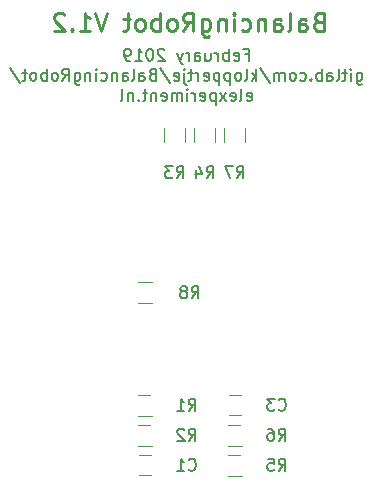
<source format=gbo>
G04 #@! TF.GenerationSoftware,KiCad,Pcbnew,(5.1.9)-1*
G04 #@! TF.CreationDate,2021-04-15T13:52:47+07:00*
G04 #@! TF.ProjectId,pendulumRobotModule,70656e64-756c-4756-9d52-6f626f744d6f,rev?*
G04 #@! TF.SameCoordinates,Original*
G04 #@! TF.FileFunction,Legend,Bot*
G04 #@! TF.FilePolarity,Positive*
%FSLAX46Y46*%
G04 Gerber Fmt 4.6, Leading zero omitted, Abs format (unit mm)*
G04 Created by KiCad (PCBNEW (5.1.9)-1) date 2021-04-15 13:52:47*
%MOMM*%
%LPD*%
G01*
G04 APERTURE LIST*
%ADD10C,0.200000*%
%ADD11C,0.250000*%
%ADD12C,0.120000*%
%ADD13C,0.150000*%
%ADD14C,2.200000*%
%ADD15C,3.600000*%
%ADD16C,2.000000*%
%ADD17O,2.100000X2.100000*%
%ADD18C,4.100000*%
G04 APERTURE END LIST*
D10*
X112624571Y-37598571D02*
X112957904Y-37598571D01*
X112957904Y-38122380D02*
X112957904Y-37122380D01*
X112481714Y-37122380D01*
X111719809Y-38074761D02*
X111815047Y-38122380D01*
X112005523Y-38122380D01*
X112100761Y-38074761D01*
X112148380Y-37979523D01*
X112148380Y-37598571D01*
X112100761Y-37503333D01*
X112005523Y-37455714D01*
X111815047Y-37455714D01*
X111719809Y-37503333D01*
X111672190Y-37598571D01*
X111672190Y-37693809D01*
X112148380Y-37789047D01*
X111243619Y-38122380D02*
X111243619Y-37122380D01*
X111243619Y-37503333D02*
X111148380Y-37455714D01*
X110957904Y-37455714D01*
X110862666Y-37503333D01*
X110815047Y-37550952D01*
X110767428Y-37646190D01*
X110767428Y-37931904D01*
X110815047Y-38027142D01*
X110862666Y-38074761D01*
X110957904Y-38122380D01*
X111148380Y-38122380D01*
X111243619Y-38074761D01*
X110338857Y-38122380D02*
X110338857Y-37455714D01*
X110338857Y-37646190D02*
X110291238Y-37550952D01*
X110243619Y-37503333D01*
X110148380Y-37455714D01*
X110053142Y-37455714D01*
X109291238Y-37455714D02*
X109291238Y-38122380D01*
X109719809Y-37455714D02*
X109719809Y-37979523D01*
X109672190Y-38074761D01*
X109576952Y-38122380D01*
X109434095Y-38122380D01*
X109338857Y-38074761D01*
X109291238Y-38027142D01*
X108386476Y-38122380D02*
X108386476Y-37598571D01*
X108434095Y-37503333D01*
X108529333Y-37455714D01*
X108719809Y-37455714D01*
X108815047Y-37503333D01*
X108386476Y-38074761D02*
X108481714Y-38122380D01*
X108719809Y-38122380D01*
X108815047Y-38074761D01*
X108862666Y-37979523D01*
X108862666Y-37884285D01*
X108815047Y-37789047D01*
X108719809Y-37741428D01*
X108481714Y-37741428D01*
X108386476Y-37693809D01*
X107910285Y-38122380D02*
X107910285Y-37455714D01*
X107910285Y-37646190D02*
X107862666Y-37550952D01*
X107815047Y-37503333D01*
X107719809Y-37455714D01*
X107624571Y-37455714D01*
X107386476Y-37455714D02*
X107148380Y-38122380D01*
X106910285Y-37455714D02*
X107148380Y-38122380D01*
X107243619Y-38360476D01*
X107291238Y-38408095D01*
X107386476Y-38455714D01*
X105815047Y-37217619D02*
X105767428Y-37170000D01*
X105672190Y-37122380D01*
X105434095Y-37122380D01*
X105338857Y-37170000D01*
X105291238Y-37217619D01*
X105243619Y-37312857D01*
X105243619Y-37408095D01*
X105291238Y-37550952D01*
X105862666Y-38122380D01*
X105243619Y-38122380D01*
X104624571Y-37122380D02*
X104529333Y-37122380D01*
X104434095Y-37170000D01*
X104386476Y-37217619D01*
X104338857Y-37312857D01*
X104291238Y-37503333D01*
X104291238Y-37741428D01*
X104338857Y-37931904D01*
X104386476Y-38027142D01*
X104434095Y-38074761D01*
X104529333Y-38122380D01*
X104624571Y-38122380D01*
X104719809Y-38074761D01*
X104767428Y-38027142D01*
X104815047Y-37931904D01*
X104862666Y-37741428D01*
X104862666Y-37503333D01*
X104815047Y-37312857D01*
X104767428Y-37217619D01*
X104719809Y-37170000D01*
X104624571Y-37122380D01*
X103338857Y-38122380D02*
X103910285Y-38122380D01*
X103624571Y-38122380D02*
X103624571Y-37122380D01*
X103719809Y-37265238D01*
X103815047Y-37360476D01*
X103910285Y-37408095D01*
X102862666Y-38122380D02*
X102672190Y-38122380D01*
X102576952Y-38074761D01*
X102529333Y-38027142D01*
X102434095Y-37884285D01*
X102386476Y-37693809D01*
X102386476Y-37312857D01*
X102434095Y-37217619D01*
X102481714Y-37170000D01*
X102576952Y-37122380D01*
X102767428Y-37122380D01*
X102862666Y-37170000D01*
X102910285Y-37217619D01*
X102957904Y-37312857D01*
X102957904Y-37550952D01*
X102910285Y-37646190D01*
X102862666Y-37693809D01*
X102767428Y-37741428D01*
X102576952Y-37741428D01*
X102481714Y-37693809D01*
X102434095Y-37646190D01*
X102386476Y-37550952D01*
X122076952Y-39155714D02*
X122076952Y-39965238D01*
X122124571Y-40060476D01*
X122172190Y-40108095D01*
X122267428Y-40155714D01*
X122410285Y-40155714D01*
X122505523Y-40108095D01*
X122076952Y-39774761D02*
X122172190Y-39822380D01*
X122362666Y-39822380D01*
X122457904Y-39774761D01*
X122505523Y-39727142D01*
X122553142Y-39631904D01*
X122553142Y-39346190D01*
X122505523Y-39250952D01*
X122457904Y-39203333D01*
X122362666Y-39155714D01*
X122172190Y-39155714D01*
X122076952Y-39203333D01*
X121600761Y-39822380D02*
X121600761Y-39155714D01*
X121600761Y-38822380D02*
X121648380Y-38870000D01*
X121600761Y-38917619D01*
X121553142Y-38870000D01*
X121600761Y-38822380D01*
X121600761Y-38917619D01*
X121267428Y-39155714D02*
X120886476Y-39155714D01*
X121124571Y-38822380D02*
X121124571Y-39679523D01*
X121076952Y-39774761D01*
X120981714Y-39822380D01*
X120886476Y-39822380D01*
X120410285Y-39822380D02*
X120505523Y-39774761D01*
X120553142Y-39679523D01*
X120553142Y-38822380D01*
X119600761Y-39822380D02*
X119600761Y-39298571D01*
X119648380Y-39203333D01*
X119743619Y-39155714D01*
X119934095Y-39155714D01*
X120029333Y-39203333D01*
X119600761Y-39774761D02*
X119696000Y-39822380D01*
X119934095Y-39822380D01*
X120029333Y-39774761D01*
X120076952Y-39679523D01*
X120076952Y-39584285D01*
X120029333Y-39489047D01*
X119934095Y-39441428D01*
X119696000Y-39441428D01*
X119600761Y-39393809D01*
X119124571Y-39822380D02*
X119124571Y-38822380D01*
X119124571Y-39203333D02*
X119029333Y-39155714D01*
X118838857Y-39155714D01*
X118743619Y-39203333D01*
X118696000Y-39250952D01*
X118648380Y-39346190D01*
X118648380Y-39631904D01*
X118696000Y-39727142D01*
X118743619Y-39774761D01*
X118838857Y-39822380D01*
X119029333Y-39822380D01*
X119124571Y-39774761D01*
X118219809Y-39727142D02*
X118172190Y-39774761D01*
X118219809Y-39822380D01*
X118267428Y-39774761D01*
X118219809Y-39727142D01*
X118219809Y-39822380D01*
X117315047Y-39774761D02*
X117410285Y-39822380D01*
X117600761Y-39822380D01*
X117696000Y-39774761D01*
X117743619Y-39727142D01*
X117791238Y-39631904D01*
X117791238Y-39346190D01*
X117743619Y-39250952D01*
X117696000Y-39203333D01*
X117600761Y-39155714D01*
X117410285Y-39155714D01*
X117315047Y-39203333D01*
X116743619Y-39822380D02*
X116838857Y-39774761D01*
X116886476Y-39727142D01*
X116934095Y-39631904D01*
X116934095Y-39346190D01*
X116886476Y-39250952D01*
X116838857Y-39203333D01*
X116743619Y-39155714D01*
X116600761Y-39155714D01*
X116505523Y-39203333D01*
X116457904Y-39250952D01*
X116410285Y-39346190D01*
X116410285Y-39631904D01*
X116457904Y-39727142D01*
X116505523Y-39774761D01*
X116600761Y-39822380D01*
X116743619Y-39822380D01*
X115981714Y-39822380D02*
X115981714Y-39155714D01*
X115981714Y-39250952D02*
X115934095Y-39203333D01*
X115838857Y-39155714D01*
X115696000Y-39155714D01*
X115600761Y-39203333D01*
X115553142Y-39298571D01*
X115553142Y-39822380D01*
X115553142Y-39298571D02*
X115505523Y-39203333D01*
X115410285Y-39155714D01*
X115267428Y-39155714D01*
X115172190Y-39203333D01*
X115124571Y-39298571D01*
X115124571Y-39822380D01*
X113934095Y-38774761D02*
X114791238Y-40060476D01*
X113600761Y-39822380D02*
X113600761Y-38822380D01*
X113505523Y-39441428D02*
X113219809Y-39822380D01*
X113219809Y-39155714D02*
X113600761Y-39536666D01*
X112648380Y-39822380D02*
X112743619Y-39774761D01*
X112791238Y-39679523D01*
X112791238Y-38822380D01*
X112124571Y-39822380D02*
X112219809Y-39774761D01*
X112267428Y-39727142D01*
X112315047Y-39631904D01*
X112315047Y-39346190D01*
X112267428Y-39250952D01*
X112219809Y-39203333D01*
X112124571Y-39155714D01*
X111981714Y-39155714D01*
X111886476Y-39203333D01*
X111838857Y-39250952D01*
X111791238Y-39346190D01*
X111791238Y-39631904D01*
X111838857Y-39727142D01*
X111886476Y-39774761D01*
X111981714Y-39822380D01*
X112124571Y-39822380D01*
X111362666Y-39155714D02*
X111362666Y-40155714D01*
X111362666Y-39203333D02*
X111267428Y-39155714D01*
X111076952Y-39155714D01*
X110981714Y-39203333D01*
X110934095Y-39250952D01*
X110886476Y-39346190D01*
X110886476Y-39631904D01*
X110934095Y-39727142D01*
X110981714Y-39774761D01*
X111076952Y-39822380D01*
X111267428Y-39822380D01*
X111362666Y-39774761D01*
X110457904Y-39155714D02*
X110457904Y-40155714D01*
X110457904Y-39203333D02*
X110362666Y-39155714D01*
X110172190Y-39155714D01*
X110076952Y-39203333D01*
X110029333Y-39250952D01*
X109981714Y-39346190D01*
X109981714Y-39631904D01*
X110029333Y-39727142D01*
X110076952Y-39774761D01*
X110172190Y-39822380D01*
X110362666Y-39822380D01*
X110457904Y-39774761D01*
X109172190Y-39774761D02*
X109267428Y-39822380D01*
X109457904Y-39822380D01*
X109553142Y-39774761D01*
X109600761Y-39679523D01*
X109600761Y-39298571D01*
X109553142Y-39203333D01*
X109457904Y-39155714D01*
X109267428Y-39155714D01*
X109172190Y-39203333D01*
X109124571Y-39298571D01*
X109124571Y-39393809D01*
X109600761Y-39489047D01*
X108696000Y-39822380D02*
X108696000Y-39155714D01*
X108696000Y-39346190D02*
X108648380Y-39250952D01*
X108600761Y-39203333D01*
X108505523Y-39155714D01*
X108410285Y-39155714D01*
X108219809Y-39155714D02*
X107838857Y-39155714D01*
X108076952Y-38822380D02*
X108076952Y-39679523D01*
X108029333Y-39774761D01*
X107934095Y-39822380D01*
X107838857Y-39822380D01*
X107505523Y-39155714D02*
X107505523Y-40012857D01*
X107553142Y-40108095D01*
X107648380Y-40155714D01*
X107696000Y-40155714D01*
X107505523Y-38822380D02*
X107553142Y-38870000D01*
X107505523Y-38917619D01*
X107457904Y-38870000D01*
X107505523Y-38822380D01*
X107505523Y-38917619D01*
X106648380Y-39774761D02*
X106743619Y-39822380D01*
X106934095Y-39822380D01*
X107029333Y-39774761D01*
X107076952Y-39679523D01*
X107076952Y-39298571D01*
X107029333Y-39203333D01*
X106934095Y-39155714D01*
X106743619Y-39155714D01*
X106648380Y-39203333D01*
X106600761Y-39298571D01*
X106600761Y-39393809D01*
X107076952Y-39489047D01*
X105457904Y-38774761D02*
X106315047Y-40060476D01*
X104791238Y-39298571D02*
X104648380Y-39346190D01*
X104600761Y-39393809D01*
X104553142Y-39489047D01*
X104553142Y-39631904D01*
X104600761Y-39727142D01*
X104648380Y-39774761D01*
X104743619Y-39822380D01*
X105124571Y-39822380D01*
X105124571Y-38822380D01*
X104791238Y-38822380D01*
X104696000Y-38870000D01*
X104648380Y-38917619D01*
X104600761Y-39012857D01*
X104600761Y-39108095D01*
X104648380Y-39203333D01*
X104696000Y-39250952D01*
X104791238Y-39298571D01*
X105124571Y-39298571D01*
X103696000Y-39822380D02*
X103696000Y-39298571D01*
X103743619Y-39203333D01*
X103838857Y-39155714D01*
X104029333Y-39155714D01*
X104124571Y-39203333D01*
X103696000Y-39774761D02*
X103791238Y-39822380D01*
X104029333Y-39822380D01*
X104124571Y-39774761D01*
X104172190Y-39679523D01*
X104172190Y-39584285D01*
X104124571Y-39489047D01*
X104029333Y-39441428D01*
X103791238Y-39441428D01*
X103696000Y-39393809D01*
X103076952Y-39822380D02*
X103172190Y-39774761D01*
X103219809Y-39679523D01*
X103219809Y-38822380D01*
X102267428Y-39822380D02*
X102267428Y-39298571D01*
X102315047Y-39203333D01*
X102410285Y-39155714D01*
X102600761Y-39155714D01*
X102696000Y-39203333D01*
X102267428Y-39774761D02*
X102362666Y-39822380D01*
X102600761Y-39822380D01*
X102696000Y-39774761D01*
X102743619Y-39679523D01*
X102743619Y-39584285D01*
X102696000Y-39489047D01*
X102600761Y-39441428D01*
X102362666Y-39441428D01*
X102267428Y-39393809D01*
X101791238Y-39155714D02*
X101791238Y-39822380D01*
X101791238Y-39250952D02*
X101743619Y-39203333D01*
X101648380Y-39155714D01*
X101505523Y-39155714D01*
X101410285Y-39203333D01*
X101362666Y-39298571D01*
X101362666Y-39822380D01*
X100457904Y-39774761D02*
X100553142Y-39822380D01*
X100743619Y-39822380D01*
X100838857Y-39774761D01*
X100886476Y-39727142D01*
X100934095Y-39631904D01*
X100934095Y-39346190D01*
X100886476Y-39250952D01*
X100838857Y-39203333D01*
X100743619Y-39155714D01*
X100553142Y-39155714D01*
X100457904Y-39203333D01*
X100029333Y-39822380D02*
X100029333Y-39155714D01*
X100029333Y-38822380D02*
X100076952Y-38870000D01*
X100029333Y-38917619D01*
X99981714Y-38870000D01*
X100029333Y-38822380D01*
X100029333Y-38917619D01*
X99553142Y-39155714D02*
X99553142Y-39822380D01*
X99553142Y-39250952D02*
X99505523Y-39203333D01*
X99410285Y-39155714D01*
X99267428Y-39155714D01*
X99172190Y-39203333D01*
X99124571Y-39298571D01*
X99124571Y-39822380D01*
X98219809Y-39155714D02*
X98219809Y-39965238D01*
X98267428Y-40060476D01*
X98315047Y-40108095D01*
X98410285Y-40155714D01*
X98553142Y-40155714D01*
X98648380Y-40108095D01*
X98219809Y-39774761D02*
X98315047Y-39822380D01*
X98505523Y-39822380D01*
X98600761Y-39774761D01*
X98648380Y-39727142D01*
X98696000Y-39631904D01*
X98696000Y-39346190D01*
X98648380Y-39250952D01*
X98600761Y-39203333D01*
X98505523Y-39155714D01*
X98315047Y-39155714D01*
X98219809Y-39203333D01*
X97172190Y-39822380D02*
X97505523Y-39346190D01*
X97743619Y-39822380D02*
X97743619Y-38822380D01*
X97362666Y-38822380D01*
X97267428Y-38870000D01*
X97219809Y-38917619D01*
X97172190Y-39012857D01*
X97172190Y-39155714D01*
X97219809Y-39250952D01*
X97267428Y-39298571D01*
X97362666Y-39346190D01*
X97743619Y-39346190D01*
X96600761Y-39822380D02*
X96696000Y-39774761D01*
X96743619Y-39727142D01*
X96791238Y-39631904D01*
X96791238Y-39346190D01*
X96743619Y-39250952D01*
X96696000Y-39203333D01*
X96600761Y-39155714D01*
X96457904Y-39155714D01*
X96362666Y-39203333D01*
X96315047Y-39250952D01*
X96267428Y-39346190D01*
X96267428Y-39631904D01*
X96315047Y-39727142D01*
X96362666Y-39774761D01*
X96457904Y-39822380D01*
X96600761Y-39822380D01*
X95838857Y-39822380D02*
X95838857Y-38822380D01*
X95838857Y-39203333D02*
X95743619Y-39155714D01*
X95553142Y-39155714D01*
X95457904Y-39203333D01*
X95410285Y-39250952D01*
X95362666Y-39346190D01*
X95362666Y-39631904D01*
X95410285Y-39727142D01*
X95457904Y-39774761D01*
X95553142Y-39822380D01*
X95743619Y-39822380D01*
X95838857Y-39774761D01*
X94791238Y-39822380D02*
X94886476Y-39774761D01*
X94934095Y-39727142D01*
X94981714Y-39631904D01*
X94981714Y-39346190D01*
X94934095Y-39250952D01*
X94886476Y-39203333D01*
X94791238Y-39155714D01*
X94648380Y-39155714D01*
X94553142Y-39203333D01*
X94505523Y-39250952D01*
X94457904Y-39346190D01*
X94457904Y-39631904D01*
X94505523Y-39727142D01*
X94553142Y-39774761D01*
X94648380Y-39822380D01*
X94791238Y-39822380D01*
X94172190Y-39155714D02*
X93791238Y-39155714D01*
X94029333Y-38822380D02*
X94029333Y-39679523D01*
X93981714Y-39774761D01*
X93886476Y-39822380D01*
X93791238Y-39822380D01*
X92743619Y-38774761D02*
X93600761Y-40060476D01*
X112815047Y-41474761D02*
X112910285Y-41522380D01*
X113100761Y-41522380D01*
X113196000Y-41474761D01*
X113243619Y-41379523D01*
X113243619Y-40998571D01*
X113196000Y-40903333D01*
X113100761Y-40855714D01*
X112910285Y-40855714D01*
X112815047Y-40903333D01*
X112767428Y-40998571D01*
X112767428Y-41093809D01*
X113243619Y-41189047D01*
X112196000Y-41522380D02*
X112291238Y-41474761D01*
X112338857Y-41379523D01*
X112338857Y-40522380D01*
X111434095Y-41474761D02*
X111529333Y-41522380D01*
X111719809Y-41522380D01*
X111815047Y-41474761D01*
X111862666Y-41379523D01*
X111862666Y-40998571D01*
X111815047Y-40903333D01*
X111719809Y-40855714D01*
X111529333Y-40855714D01*
X111434095Y-40903333D01*
X111386476Y-40998571D01*
X111386476Y-41093809D01*
X111862666Y-41189047D01*
X111053142Y-41522380D02*
X110529333Y-40855714D01*
X111053142Y-40855714D02*
X110529333Y-41522380D01*
X110148380Y-40855714D02*
X110148380Y-41855714D01*
X110148380Y-40903333D02*
X110053142Y-40855714D01*
X109862666Y-40855714D01*
X109767428Y-40903333D01*
X109719809Y-40950952D01*
X109672190Y-41046190D01*
X109672190Y-41331904D01*
X109719809Y-41427142D01*
X109767428Y-41474761D01*
X109862666Y-41522380D01*
X110053142Y-41522380D01*
X110148380Y-41474761D01*
X108862666Y-41474761D02*
X108957904Y-41522380D01*
X109148380Y-41522380D01*
X109243619Y-41474761D01*
X109291238Y-41379523D01*
X109291238Y-40998571D01*
X109243619Y-40903333D01*
X109148380Y-40855714D01*
X108957904Y-40855714D01*
X108862666Y-40903333D01*
X108815047Y-40998571D01*
X108815047Y-41093809D01*
X109291238Y-41189047D01*
X108386476Y-41522380D02*
X108386476Y-40855714D01*
X108386476Y-41046190D02*
X108338857Y-40950952D01*
X108291238Y-40903333D01*
X108196000Y-40855714D01*
X108100761Y-40855714D01*
X107767428Y-41522380D02*
X107767428Y-40855714D01*
X107767428Y-40522380D02*
X107815047Y-40570000D01*
X107767428Y-40617619D01*
X107719809Y-40570000D01*
X107767428Y-40522380D01*
X107767428Y-40617619D01*
X107291238Y-41522380D02*
X107291238Y-40855714D01*
X107291238Y-40950952D02*
X107243619Y-40903333D01*
X107148380Y-40855714D01*
X107005523Y-40855714D01*
X106910285Y-40903333D01*
X106862666Y-40998571D01*
X106862666Y-41522380D01*
X106862666Y-40998571D02*
X106815047Y-40903333D01*
X106719809Y-40855714D01*
X106576952Y-40855714D01*
X106481714Y-40903333D01*
X106434095Y-40998571D01*
X106434095Y-41522380D01*
X105576952Y-41474761D02*
X105672190Y-41522380D01*
X105862666Y-41522380D01*
X105957904Y-41474761D01*
X106005523Y-41379523D01*
X106005523Y-40998571D01*
X105957904Y-40903333D01*
X105862666Y-40855714D01*
X105672190Y-40855714D01*
X105576952Y-40903333D01*
X105529333Y-40998571D01*
X105529333Y-41093809D01*
X106005523Y-41189047D01*
X105100761Y-40855714D02*
X105100761Y-41522380D01*
X105100761Y-40950952D02*
X105053142Y-40903333D01*
X104957904Y-40855714D01*
X104815047Y-40855714D01*
X104719809Y-40903333D01*
X104672190Y-40998571D01*
X104672190Y-41522380D01*
X104338857Y-40855714D02*
X103957904Y-40855714D01*
X104196000Y-40522380D02*
X104196000Y-41379523D01*
X104148380Y-41474761D01*
X104053142Y-41522380D01*
X103957904Y-41522380D01*
X103624571Y-41427142D02*
X103576952Y-41474761D01*
X103624571Y-41522380D01*
X103672190Y-41474761D01*
X103624571Y-41427142D01*
X103624571Y-41522380D01*
X103148380Y-40855714D02*
X103148380Y-41522380D01*
X103148380Y-40950952D02*
X103100761Y-40903333D01*
X103005523Y-40855714D01*
X102862666Y-40855714D01*
X102767428Y-40903333D01*
X102719809Y-40998571D01*
X102719809Y-41522380D01*
X102100761Y-41522380D02*
X102196000Y-41474761D01*
X102243619Y-41379523D01*
X102243619Y-40522380D01*
D11*
X118842857Y-34817857D02*
X118628571Y-34889285D01*
X118557142Y-34960714D01*
X118485714Y-35103571D01*
X118485714Y-35317857D01*
X118557142Y-35460714D01*
X118628571Y-35532142D01*
X118771428Y-35603571D01*
X119342857Y-35603571D01*
X119342857Y-34103571D01*
X118842857Y-34103571D01*
X118700000Y-34175000D01*
X118628571Y-34246428D01*
X118557142Y-34389285D01*
X118557142Y-34532142D01*
X118628571Y-34675000D01*
X118700000Y-34746428D01*
X118842857Y-34817857D01*
X119342857Y-34817857D01*
X117200000Y-35603571D02*
X117200000Y-34817857D01*
X117271428Y-34675000D01*
X117414285Y-34603571D01*
X117700000Y-34603571D01*
X117842857Y-34675000D01*
X117200000Y-35532142D02*
X117342857Y-35603571D01*
X117700000Y-35603571D01*
X117842857Y-35532142D01*
X117914285Y-35389285D01*
X117914285Y-35246428D01*
X117842857Y-35103571D01*
X117700000Y-35032142D01*
X117342857Y-35032142D01*
X117200000Y-34960714D01*
X116271428Y-35603571D02*
X116414285Y-35532142D01*
X116485714Y-35389285D01*
X116485714Y-34103571D01*
X115057142Y-35603571D02*
X115057142Y-34817857D01*
X115128571Y-34675000D01*
X115271428Y-34603571D01*
X115557142Y-34603571D01*
X115700000Y-34675000D01*
X115057142Y-35532142D02*
X115200000Y-35603571D01*
X115557142Y-35603571D01*
X115700000Y-35532142D01*
X115771428Y-35389285D01*
X115771428Y-35246428D01*
X115700000Y-35103571D01*
X115557142Y-35032142D01*
X115200000Y-35032142D01*
X115057142Y-34960714D01*
X114342857Y-34603571D02*
X114342857Y-35603571D01*
X114342857Y-34746428D02*
X114271428Y-34675000D01*
X114128571Y-34603571D01*
X113914285Y-34603571D01*
X113771428Y-34675000D01*
X113700000Y-34817857D01*
X113700000Y-35603571D01*
X112342857Y-35532142D02*
X112485714Y-35603571D01*
X112771428Y-35603571D01*
X112914285Y-35532142D01*
X112985714Y-35460714D01*
X113057142Y-35317857D01*
X113057142Y-34889285D01*
X112985714Y-34746428D01*
X112914285Y-34675000D01*
X112771428Y-34603571D01*
X112485714Y-34603571D01*
X112342857Y-34675000D01*
X111700000Y-35603571D02*
X111700000Y-34603571D01*
X111700000Y-34103571D02*
X111771428Y-34175000D01*
X111700000Y-34246428D01*
X111628571Y-34175000D01*
X111700000Y-34103571D01*
X111700000Y-34246428D01*
X110985714Y-34603571D02*
X110985714Y-35603571D01*
X110985714Y-34746428D02*
X110914285Y-34675000D01*
X110771428Y-34603571D01*
X110557142Y-34603571D01*
X110414285Y-34675000D01*
X110342857Y-34817857D01*
X110342857Y-35603571D01*
X108985714Y-34603571D02*
X108985714Y-35817857D01*
X109057142Y-35960714D01*
X109128571Y-36032142D01*
X109271428Y-36103571D01*
X109485714Y-36103571D01*
X109628571Y-36032142D01*
X108985714Y-35532142D02*
X109128571Y-35603571D01*
X109414285Y-35603571D01*
X109557142Y-35532142D01*
X109628571Y-35460714D01*
X109700000Y-35317857D01*
X109700000Y-34889285D01*
X109628571Y-34746428D01*
X109557142Y-34675000D01*
X109414285Y-34603571D01*
X109128571Y-34603571D01*
X108985714Y-34675000D01*
X107414285Y-35603571D02*
X107914285Y-34889285D01*
X108271428Y-35603571D02*
X108271428Y-34103571D01*
X107700000Y-34103571D01*
X107557142Y-34175000D01*
X107485714Y-34246428D01*
X107414285Y-34389285D01*
X107414285Y-34603571D01*
X107485714Y-34746428D01*
X107557142Y-34817857D01*
X107700000Y-34889285D01*
X108271428Y-34889285D01*
X106557142Y-35603571D02*
X106700000Y-35532142D01*
X106771428Y-35460714D01*
X106842857Y-35317857D01*
X106842857Y-34889285D01*
X106771428Y-34746428D01*
X106700000Y-34675000D01*
X106557142Y-34603571D01*
X106342857Y-34603571D01*
X106200000Y-34675000D01*
X106128571Y-34746428D01*
X106057142Y-34889285D01*
X106057142Y-35317857D01*
X106128571Y-35460714D01*
X106200000Y-35532142D01*
X106342857Y-35603571D01*
X106557142Y-35603571D01*
X105414285Y-35603571D02*
X105414285Y-34103571D01*
X105414285Y-34675000D02*
X105271428Y-34603571D01*
X104985714Y-34603571D01*
X104842857Y-34675000D01*
X104771428Y-34746428D01*
X104700000Y-34889285D01*
X104700000Y-35317857D01*
X104771428Y-35460714D01*
X104842857Y-35532142D01*
X104985714Y-35603571D01*
X105271428Y-35603571D01*
X105414285Y-35532142D01*
X103842857Y-35603571D02*
X103985714Y-35532142D01*
X104057142Y-35460714D01*
X104128571Y-35317857D01*
X104128571Y-34889285D01*
X104057142Y-34746428D01*
X103985714Y-34675000D01*
X103842857Y-34603571D01*
X103628571Y-34603571D01*
X103485714Y-34675000D01*
X103414285Y-34746428D01*
X103342857Y-34889285D01*
X103342857Y-35317857D01*
X103414285Y-35460714D01*
X103485714Y-35532142D01*
X103628571Y-35603571D01*
X103842857Y-35603571D01*
X102914285Y-34603571D02*
X102342857Y-34603571D01*
X102700000Y-34103571D02*
X102700000Y-35389285D01*
X102628571Y-35532142D01*
X102485714Y-35603571D01*
X102342857Y-35603571D01*
X100914285Y-34103571D02*
X100414285Y-35603571D01*
X99914285Y-34103571D01*
X98628571Y-35603571D02*
X99485714Y-35603571D01*
X99057142Y-35603571D02*
X99057142Y-34103571D01*
X99200000Y-34317857D01*
X99342857Y-34460714D01*
X99485714Y-34532142D01*
X97985714Y-35460714D02*
X97914285Y-35532142D01*
X97985714Y-35603571D01*
X98057142Y-35532142D01*
X97985714Y-35460714D01*
X97985714Y-35603571D01*
X97342857Y-34246428D02*
X97271428Y-34175000D01*
X97128571Y-34103571D01*
X96771428Y-34103571D01*
X96628571Y-34175000D01*
X96557142Y-34246428D01*
X96485714Y-34389285D01*
X96485714Y-34532142D01*
X96557142Y-34746428D01*
X97414285Y-35603571D01*
X96485714Y-35603571D01*
D12*
X103640000Y-71540000D02*
X104640000Y-71540000D01*
X104640000Y-73240000D02*
X103640000Y-73240000D01*
X112260000Y-68160000D02*
X111260000Y-68160000D01*
X111260000Y-66460000D02*
X112260000Y-66460000D01*
X104740000Y-66430000D02*
X103540000Y-66430000D01*
X103540000Y-68190000D02*
X104740000Y-68190000D01*
X103540000Y-70730000D02*
X104740000Y-70730000D01*
X104740000Y-68970000D02*
X103540000Y-68970000D01*
X105800000Y-43850000D02*
X105800000Y-45050000D01*
X107560000Y-45050000D02*
X107560000Y-43850000D01*
X108340000Y-43850000D02*
X108340000Y-45050000D01*
X110100000Y-45050000D02*
X110100000Y-43850000D01*
X111160000Y-73270000D02*
X112360000Y-73270000D01*
X112360000Y-71510000D02*
X111160000Y-71510000D01*
X112360000Y-68970000D02*
X111160000Y-68970000D01*
X111160000Y-70730000D02*
X112360000Y-70730000D01*
X112640000Y-45050000D02*
X112640000Y-43850000D01*
X110880000Y-43850000D02*
X110880000Y-45050000D01*
X104740000Y-56905000D02*
X103540000Y-56905000D01*
X103540000Y-58665000D02*
X104740000Y-58665000D01*
D13*
X107862666Y-72747142D02*
X107910285Y-72794761D01*
X108053142Y-72842380D01*
X108148380Y-72842380D01*
X108291238Y-72794761D01*
X108386476Y-72699523D01*
X108434095Y-72604285D01*
X108481714Y-72413809D01*
X108481714Y-72270952D01*
X108434095Y-72080476D01*
X108386476Y-71985238D01*
X108291238Y-71890000D01*
X108148380Y-71842380D01*
X108053142Y-71842380D01*
X107910285Y-71890000D01*
X107862666Y-71937619D01*
X106910285Y-72842380D02*
X107481714Y-72842380D01*
X107196000Y-72842380D02*
X107196000Y-71842380D01*
X107291238Y-71985238D01*
X107386476Y-72080476D01*
X107481714Y-72128095D01*
X115482666Y-67667142D02*
X115530285Y-67714761D01*
X115673142Y-67762380D01*
X115768380Y-67762380D01*
X115911238Y-67714761D01*
X116006476Y-67619523D01*
X116054095Y-67524285D01*
X116101714Y-67333809D01*
X116101714Y-67190952D01*
X116054095Y-67000476D01*
X116006476Y-66905238D01*
X115911238Y-66810000D01*
X115768380Y-66762380D01*
X115673142Y-66762380D01*
X115530285Y-66810000D01*
X115482666Y-66857619D01*
X115149333Y-66762380D02*
X114530285Y-66762380D01*
X114863619Y-67143333D01*
X114720761Y-67143333D01*
X114625523Y-67190952D01*
X114577904Y-67238571D01*
X114530285Y-67333809D01*
X114530285Y-67571904D01*
X114577904Y-67667142D01*
X114625523Y-67714761D01*
X114720761Y-67762380D01*
X115006476Y-67762380D01*
X115101714Y-67714761D01*
X115149333Y-67667142D01*
X107862666Y-67762380D02*
X108196000Y-67286190D01*
X108434095Y-67762380D02*
X108434095Y-66762380D01*
X108053142Y-66762380D01*
X107957904Y-66810000D01*
X107910285Y-66857619D01*
X107862666Y-66952857D01*
X107862666Y-67095714D01*
X107910285Y-67190952D01*
X107957904Y-67238571D01*
X108053142Y-67286190D01*
X108434095Y-67286190D01*
X106910285Y-67762380D02*
X107481714Y-67762380D01*
X107196000Y-67762380D02*
X107196000Y-66762380D01*
X107291238Y-66905238D01*
X107386476Y-67000476D01*
X107481714Y-67048095D01*
X107862666Y-70302380D02*
X108196000Y-69826190D01*
X108434095Y-70302380D02*
X108434095Y-69302380D01*
X108053142Y-69302380D01*
X107957904Y-69350000D01*
X107910285Y-69397619D01*
X107862666Y-69492857D01*
X107862666Y-69635714D01*
X107910285Y-69730952D01*
X107957904Y-69778571D01*
X108053142Y-69826190D01*
X108434095Y-69826190D01*
X107481714Y-69397619D02*
X107434095Y-69350000D01*
X107338857Y-69302380D01*
X107100761Y-69302380D01*
X107005523Y-69350000D01*
X106957904Y-69397619D01*
X106910285Y-69492857D01*
X106910285Y-69588095D01*
X106957904Y-69730952D01*
X107529333Y-70302380D01*
X106910285Y-70302380D01*
X106846666Y-48077380D02*
X107180000Y-47601190D01*
X107418095Y-48077380D02*
X107418095Y-47077380D01*
X107037142Y-47077380D01*
X106941904Y-47125000D01*
X106894285Y-47172619D01*
X106846666Y-47267857D01*
X106846666Y-47410714D01*
X106894285Y-47505952D01*
X106941904Y-47553571D01*
X107037142Y-47601190D01*
X107418095Y-47601190D01*
X106513333Y-47077380D02*
X105894285Y-47077380D01*
X106227619Y-47458333D01*
X106084761Y-47458333D01*
X105989523Y-47505952D01*
X105941904Y-47553571D01*
X105894285Y-47648809D01*
X105894285Y-47886904D01*
X105941904Y-47982142D01*
X105989523Y-48029761D01*
X106084761Y-48077380D01*
X106370476Y-48077380D01*
X106465714Y-48029761D01*
X106513333Y-47982142D01*
X109386666Y-48077380D02*
X109720000Y-47601190D01*
X109958095Y-48077380D02*
X109958095Y-47077380D01*
X109577142Y-47077380D01*
X109481904Y-47125000D01*
X109434285Y-47172619D01*
X109386666Y-47267857D01*
X109386666Y-47410714D01*
X109434285Y-47505952D01*
X109481904Y-47553571D01*
X109577142Y-47601190D01*
X109958095Y-47601190D01*
X108529523Y-47410714D02*
X108529523Y-48077380D01*
X108767619Y-47029761D02*
X109005714Y-47744047D01*
X108386666Y-47744047D01*
X115482666Y-72842380D02*
X115816000Y-72366190D01*
X116054095Y-72842380D02*
X116054095Y-71842380D01*
X115673142Y-71842380D01*
X115577904Y-71890000D01*
X115530285Y-71937619D01*
X115482666Y-72032857D01*
X115482666Y-72175714D01*
X115530285Y-72270952D01*
X115577904Y-72318571D01*
X115673142Y-72366190D01*
X116054095Y-72366190D01*
X114577904Y-71842380D02*
X115054095Y-71842380D01*
X115101714Y-72318571D01*
X115054095Y-72270952D01*
X114958857Y-72223333D01*
X114720761Y-72223333D01*
X114625523Y-72270952D01*
X114577904Y-72318571D01*
X114530285Y-72413809D01*
X114530285Y-72651904D01*
X114577904Y-72747142D01*
X114625523Y-72794761D01*
X114720761Y-72842380D01*
X114958857Y-72842380D01*
X115054095Y-72794761D01*
X115101714Y-72747142D01*
X115482666Y-70302380D02*
X115816000Y-69826190D01*
X116054095Y-70302380D02*
X116054095Y-69302380D01*
X115673142Y-69302380D01*
X115577904Y-69350000D01*
X115530285Y-69397619D01*
X115482666Y-69492857D01*
X115482666Y-69635714D01*
X115530285Y-69730952D01*
X115577904Y-69778571D01*
X115673142Y-69826190D01*
X116054095Y-69826190D01*
X114625523Y-69302380D02*
X114816000Y-69302380D01*
X114911238Y-69350000D01*
X114958857Y-69397619D01*
X115054095Y-69540476D01*
X115101714Y-69730952D01*
X115101714Y-70111904D01*
X115054095Y-70207142D01*
X115006476Y-70254761D01*
X114911238Y-70302380D01*
X114720761Y-70302380D01*
X114625523Y-70254761D01*
X114577904Y-70207142D01*
X114530285Y-70111904D01*
X114530285Y-69873809D01*
X114577904Y-69778571D01*
X114625523Y-69730952D01*
X114720761Y-69683333D01*
X114911238Y-69683333D01*
X115006476Y-69730952D01*
X115054095Y-69778571D01*
X115101714Y-69873809D01*
X111926666Y-48077380D02*
X112260000Y-47601190D01*
X112498095Y-48077380D02*
X112498095Y-47077380D01*
X112117142Y-47077380D01*
X112021904Y-47125000D01*
X111974285Y-47172619D01*
X111926666Y-47267857D01*
X111926666Y-47410714D01*
X111974285Y-47505952D01*
X112021904Y-47553571D01*
X112117142Y-47601190D01*
X112498095Y-47601190D01*
X111593333Y-47077380D02*
X110926666Y-47077380D01*
X111355238Y-48077380D01*
X108116666Y-58237380D02*
X108450000Y-57761190D01*
X108688095Y-58237380D02*
X108688095Y-57237380D01*
X108307142Y-57237380D01*
X108211904Y-57285000D01*
X108164285Y-57332619D01*
X108116666Y-57427857D01*
X108116666Y-57570714D01*
X108164285Y-57665952D01*
X108211904Y-57713571D01*
X108307142Y-57761190D01*
X108688095Y-57761190D01*
X107545238Y-57665952D02*
X107640476Y-57618333D01*
X107688095Y-57570714D01*
X107735714Y-57475476D01*
X107735714Y-57427857D01*
X107688095Y-57332619D01*
X107640476Y-57285000D01*
X107545238Y-57237380D01*
X107354761Y-57237380D01*
X107259523Y-57285000D01*
X107211904Y-57332619D01*
X107164285Y-57427857D01*
X107164285Y-57475476D01*
X107211904Y-57570714D01*
X107259523Y-57618333D01*
X107354761Y-57665952D01*
X107545238Y-57665952D01*
X107640476Y-57713571D01*
X107688095Y-57761190D01*
X107735714Y-57856428D01*
X107735714Y-58046904D01*
X107688095Y-58142142D01*
X107640476Y-58189761D01*
X107545238Y-58237380D01*
X107354761Y-58237380D01*
X107259523Y-58189761D01*
X107211904Y-58142142D01*
X107164285Y-58046904D01*
X107164285Y-57856428D01*
X107211904Y-57761190D01*
X107259523Y-57713571D01*
X107354761Y-57665952D01*
%LPC*%
D14*
X96520000Y-96520000D03*
X99060000Y-96520000D03*
X101600000Y-96520000D03*
X96520000Y-93980000D03*
X99060000Y-93980000D03*
X101600000Y-93980000D03*
X96520000Y-91440000D03*
X99060000Y-91440000D03*
G36*
G01*
X100700000Y-90340000D02*
X102500000Y-90340000D01*
G75*
G02*
X102700000Y-90540000I0J-200000D01*
G01*
X102700000Y-92340000D01*
G75*
G02*
X102500000Y-92540000I-200000J0D01*
G01*
X100700000Y-92540000D01*
G75*
G02*
X100500000Y-92340000I0J200000D01*
G01*
X100500000Y-90540000D01*
G75*
G02*
X100700000Y-90340000I200000J0D01*
G01*
G37*
X96520000Y-109220000D03*
X99060000Y-109220000D03*
X101600000Y-109220000D03*
X96520000Y-106680000D03*
X99060000Y-106680000D03*
X101600000Y-106680000D03*
X96520000Y-104140000D03*
X99060000Y-104140000D03*
X101600000Y-104140000D03*
X96520000Y-101600000D03*
X99060000Y-101600000D03*
G36*
G01*
X100700000Y-100500000D02*
X102500000Y-100500000D01*
G75*
G02*
X102700000Y-100700000I0J-200000D01*
G01*
X102700000Y-102500000D01*
G75*
G02*
X102500000Y-102700000I-200000J0D01*
G01*
X100700000Y-102700000D01*
G75*
G02*
X100500000Y-102500000I0J200000D01*
G01*
X100500000Y-100700000D01*
G75*
G02*
X100700000Y-100500000I200000J0D01*
G01*
G37*
X120725001Y-44450000D03*
X120725001Y-46990000D03*
X120725001Y-49530000D03*
X120725001Y-52070000D03*
X120725001Y-54610000D03*
X120725001Y-57150000D03*
X120725001Y-59690000D03*
X120725001Y-62230000D03*
X120725001Y-64770000D03*
X120725001Y-67310000D03*
X120725001Y-69850000D03*
X120725001Y-72390000D03*
X120725001Y-74930000D03*
X120725001Y-77470000D03*
X120725001Y-80010000D03*
X95325001Y-80010000D03*
X95325001Y-77470000D03*
X95325001Y-74930000D03*
X95325001Y-72390000D03*
X95325001Y-69850000D03*
X95325001Y-67310000D03*
X95325001Y-64770000D03*
X95325001Y-62230000D03*
X95325001Y-59690000D03*
X95325001Y-57150000D03*
X95325001Y-54610000D03*
X95325001Y-52070000D03*
X95325001Y-49530000D03*
X95325001Y-46990000D03*
G36*
G01*
X94225001Y-45350000D02*
X94225001Y-43550000D01*
G75*
G02*
X94425001Y-43350000I200000J0D01*
G01*
X96225001Y-43350000D01*
G75*
G02*
X96425001Y-43550000I0J-200000D01*
G01*
X96425001Y-45350000D01*
G75*
G02*
X96225001Y-45550000I-200000J0D01*
G01*
X94425001Y-45550000D01*
G75*
G02*
X94225001Y-45350000I0J200000D01*
G01*
G37*
X101250000Y-60550000D03*
X114650000Y-60550000D03*
X114650000Y-79150000D03*
X101250000Y-79150000D03*
X118110000Y-129540000D03*
X118110000Y-127000000D03*
X118110000Y-124460000D03*
X118110000Y-121920000D03*
X118110000Y-119380000D03*
X118110000Y-116840000D03*
X118110000Y-114300000D03*
X118110000Y-111760000D03*
X105410000Y-111760000D03*
X105410000Y-114300000D03*
X105410000Y-116840000D03*
X105410000Y-119380000D03*
X105410000Y-121920000D03*
X105410000Y-124460000D03*
X105410000Y-127000000D03*
X105410000Y-129540000D03*
D15*
X111440000Y-55020000D03*
D14*
X99060000Y-49530000D03*
X101600000Y-49530000D03*
X104140000Y-49530000D03*
X106680000Y-49530000D03*
X109220000Y-49530000D03*
X111760000Y-49530000D03*
X114300000Y-49530000D03*
G36*
G01*
X115940000Y-48430000D02*
X117740000Y-48430000D01*
G75*
G02*
X117940000Y-48630000I0J-200000D01*
G01*
X117940000Y-50430000D01*
G75*
G02*
X117740000Y-50630000I-200000J0D01*
G01*
X115940000Y-50630000D01*
G75*
G02*
X115740000Y-50430000I0J200000D01*
G01*
X115740000Y-48630000D01*
G75*
G02*
X115940000Y-48430000I200000J0D01*
G01*
G37*
G36*
G01*
X109490000Y-96050000D02*
X109490000Y-94450000D01*
G75*
G02*
X109690000Y-94250000I200000J0D01*
G01*
X111290000Y-94250000D01*
G75*
G02*
X111490000Y-94450000I0J-200000D01*
G01*
X111490000Y-96050000D01*
G75*
G02*
X111290000Y-96250000I-200000J0D01*
G01*
X109690000Y-96250000D01*
G75*
G02*
X109490000Y-96050000I0J200000D01*
G01*
G37*
D16*
X112990000Y-95250000D03*
G36*
G01*
X101940000Y-73015000D02*
X101940000Y-71765000D01*
G75*
G02*
X102140000Y-71565000I200000J0D01*
G01*
X103640000Y-71565000D01*
G75*
G02*
X103840000Y-71765000I0J-200000D01*
G01*
X103840000Y-73015000D01*
G75*
G02*
X103640000Y-73215000I-200000J0D01*
G01*
X102140000Y-73215000D01*
G75*
G02*
X101940000Y-73015000I0J200000D01*
G01*
G37*
G36*
G01*
X104440000Y-73015000D02*
X104440000Y-71765000D01*
G75*
G02*
X104640000Y-71565000I200000J0D01*
G01*
X106140000Y-71565000D01*
G75*
G02*
X106340000Y-71765000I0J-200000D01*
G01*
X106340000Y-73015000D01*
G75*
G02*
X106140000Y-73215000I-200000J0D01*
G01*
X104640000Y-73215000D01*
G75*
G02*
X104440000Y-73015000I0J200000D01*
G01*
G37*
G36*
G01*
X113960000Y-66685000D02*
X113960000Y-67935000D01*
G75*
G02*
X113760000Y-68135000I-200000J0D01*
G01*
X112260000Y-68135000D01*
G75*
G02*
X112060000Y-67935000I0J200000D01*
G01*
X112060000Y-66685000D01*
G75*
G02*
X112260000Y-66485000I200000J0D01*
G01*
X113760000Y-66485000D01*
G75*
G02*
X113960000Y-66685000I0J-200000D01*
G01*
G37*
G36*
G01*
X111460000Y-66685000D02*
X111460000Y-67935000D01*
G75*
G02*
X111260000Y-68135000I-200000J0D01*
G01*
X109760000Y-68135000D01*
G75*
G02*
X109560000Y-67935000I0J200000D01*
G01*
X109560000Y-66685000D01*
G75*
G02*
X109760000Y-66485000I200000J0D01*
G01*
X111260000Y-66485000D01*
G75*
G02*
X111460000Y-66685000I0J-200000D01*
G01*
G37*
G36*
G01*
X121700000Y-110910000D02*
X121700000Y-112610000D01*
G75*
G02*
X121500000Y-112810000I-200000J0D01*
G01*
X119800000Y-112810000D01*
G75*
G02*
X119600000Y-112610000I0J200000D01*
G01*
X119600000Y-110910000D01*
G75*
G02*
X119800000Y-110710000I200000J0D01*
G01*
X121500000Y-110710000D01*
G75*
G02*
X121700000Y-110910000I0J-200000D01*
G01*
G37*
D17*
X120650000Y-109220000D03*
G36*
G01*
X121700000Y-103290000D02*
X121700000Y-104990000D01*
G75*
G02*
X121500000Y-105190000I-200000J0D01*
G01*
X119800000Y-105190000D01*
G75*
G02*
X119600000Y-104990000I0J200000D01*
G01*
X119600000Y-103290000D01*
G75*
G02*
X119800000Y-103090000I200000J0D01*
G01*
X121500000Y-103090000D01*
G75*
G02*
X121700000Y-103290000I0J-200000D01*
G01*
G37*
X120650000Y-101600000D03*
X120650000Y-99060000D03*
X120650000Y-96520000D03*
G36*
G01*
X121700000Y-123610000D02*
X121700000Y-125310000D01*
G75*
G02*
X121500000Y-125510000I-200000J0D01*
G01*
X119800000Y-125510000D01*
G75*
G02*
X119600000Y-125310000I0J200000D01*
G01*
X119600000Y-123610000D01*
G75*
G02*
X119800000Y-123410000I200000J0D01*
G01*
X121500000Y-123410000D01*
G75*
G02*
X121700000Y-123610000I0J-200000D01*
G01*
G37*
X120650000Y-121920000D03*
X120650000Y-119380000D03*
X120650000Y-116840000D03*
G36*
G01*
X106440000Y-66660000D02*
X106440000Y-67960000D01*
G75*
G02*
X106240000Y-68160000I-200000J0D01*
G01*
X104740000Y-68160000D01*
G75*
G02*
X104540000Y-67960000I0J200000D01*
G01*
X104540000Y-66660000D01*
G75*
G02*
X104740000Y-66460000I200000J0D01*
G01*
X106240000Y-66460000D01*
G75*
G02*
X106440000Y-66660000I0J-200000D01*
G01*
G37*
G36*
G01*
X103740000Y-66660000D02*
X103740000Y-67960000D01*
G75*
G02*
X103540000Y-68160000I-200000J0D01*
G01*
X102040000Y-68160000D01*
G75*
G02*
X101840000Y-67960000I0J200000D01*
G01*
X101840000Y-66660000D01*
G75*
G02*
X102040000Y-66460000I200000J0D01*
G01*
X103540000Y-66460000D01*
G75*
G02*
X103740000Y-66660000I0J-200000D01*
G01*
G37*
G36*
G01*
X101840000Y-70500000D02*
X101840000Y-69200000D01*
G75*
G02*
X102040000Y-69000000I200000J0D01*
G01*
X103540000Y-69000000D01*
G75*
G02*
X103740000Y-69200000I0J-200000D01*
G01*
X103740000Y-70500000D01*
G75*
G02*
X103540000Y-70700000I-200000J0D01*
G01*
X102040000Y-70700000D01*
G75*
G02*
X101840000Y-70500000I0J200000D01*
G01*
G37*
G36*
G01*
X104540000Y-70500000D02*
X104540000Y-69200000D01*
G75*
G02*
X104740000Y-69000000I200000J0D01*
G01*
X106240000Y-69000000D01*
G75*
G02*
X106440000Y-69200000I0J-200000D01*
G01*
X106440000Y-70500000D01*
G75*
G02*
X106240000Y-70700000I-200000J0D01*
G01*
X104740000Y-70700000D01*
G75*
G02*
X104540000Y-70500000I0J200000D01*
G01*
G37*
G36*
G01*
X106030000Y-42150000D02*
X107330000Y-42150000D01*
G75*
G02*
X107530000Y-42350000I0J-200000D01*
G01*
X107530000Y-43850000D01*
G75*
G02*
X107330000Y-44050000I-200000J0D01*
G01*
X106030000Y-44050000D01*
G75*
G02*
X105830000Y-43850000I0J200000D01*
G01*
X105830000Y-42350000D01*
G75*
G02*
X106030000Y-42150000I200000J0D01*
G01*
G37*
G36*
G01*
X106030000Y-44850000D02*
X107330000Y-44850000D01*
G75*
G02*
X107530000Y-45050000I0J-200000D01*
G01*
X107530000Y-46550000D01*
G75*
G02*
X107330000Y-46750000I-200000J0D01*
G01*
X106030000Y-46750000D01*
G75*
G02*
X105830000Y-46550000I0J200000D01*
G01*
X105830000Y-45050000D01*
G75*
G02*
X106030000Y-44850000I200000J0D01*
G01*
G37*
G36*
G01*
X108570000Y-42150000D02*
X109870000Y-42150000D01*
G75*
G02*
X110070000Y-42350000I0J-200000D01*
G01*
X110070000Y-43850000D01*
G75*
G02*
X109870000Y-44050000I-200000J0D01*
G01*
X108570000Y-44050000D01*
G75*
G02*
X108370000Y-43850000I0J200000D01*
G01*
X108370000Y-42350000D01*
G75*
G02*
X108570000Y-42150000I200000J0D01*
G01*
G37*
G36*
G01*
X108570000Y-44850000D02*
X109870000Y-44850000D01*
G75*
G02*
X110070000Y-45050000I0J-200000D01*
G01*
X110070000Y-46550000D01*
G75*
G02*
X109870000Y-46750000I-200000J0D01*
G01*
X108570000Y-46750000D01*
G75*
G02*
X108370000Y-46550000I0J200000D01*
G01*
X108370000Y-45050000D01*
G75*
G02*
X108570000Y-44850000I200000J0D01*
G01*
G37*
G36*
G01*
X109460000Y-73040000D02*
X109460000Y-71740000D01*
G75*
G02*
X109660000Y-71540000I200000J0D01*
G01*
X111160000Y-71540000D01*
G75*
G02*
X111360000Y-71740000I0J-200000D01*
G01*
X111360000Y-73040000D01*
G75*
G02*
X111160000Y-73240000I-200000J0D01*
G01*
X109660000Y-73240000D01*
G75*
G02*
X109460000Y-73040000I0J200000D01*
G01*
G37*
G36*
G01*
X112160000Y-73040000D02*
X112160000Y-71740000D01*
G75*
G02*
X112360000Y-71540000I200000J0D01*
G01*
X113860000Y-71540000D01*
G75*
G02*
X114060000Y-71740000I0J-200000D01*
G01*
X114060000Y-73040000D01*
G75*
G02*
X113860000Y-73240000I-200000J0D01*
G01*
X112360000Y-73240000D01*
G75*
G02*
X112160000Y-73040000I0J200000D01*
G01*
G37*
G36*
G01*
X114060000Y-69200000D02*
X114060000Y-70500000D01*
G75*
G02*
X113860000Y-70700000I-200000J0D01*
G01*
X112360000Y-70700000D01*
G75*
G02*
X112160000Y-70500000I0J200000D01*
G01*
X112160000Y-69200000D01*
G75*
G02*
X112360000Y-69000000I200000J0D01*
G01*
X113860000Y-69000000D01*
G75*
G02*
X114060000Y-69200000I0J-200000D01*
G01*
G37*
G36*
G01*
X111360000Y-69200000D02*
X111360000Y-70500000D01*
G75*
G02*
X111160000Y-70700000I-200000J0D01*
G01*
X109660000Y-70700000D01*
G75*
G02*
X109460000Y-70500000I0J200000D01*
G01*
X109460000Y-69200000D01*
G75*
G02*
X109660000Y-69000000I200000J0D01*
G01*
X111160000Y-69000000D01*
G75*
G02*
X111360000Y-69200000I0J-200000D01*
G01*
G37*
D18*
X97790000Y-115570000D03*
X97790000Y-120650000D03*
D16*
X112990000Y-115570000D03*
G36*
G01*
X109490000Y-116370000D02*
X109490000Y-114770000D01*
G75*
G02*
X109690000Y-114570000I200000J0D01*
G01*
X111290000Y-114570000D01*
G75*
G02*
X111490000Y-114770000I0J-200000D01*
G01*
X111490000Y-116370000D01*
G75*
G02*
X111290000Y-116570000I-200000J0D01*
G01*
X109690000Y-116570000D01*
G75*
G02*
X109490000Y-116370000I0J200000D01*
G01*
G37*
D15*
X111440000Y-126020000D03*
D16*
X100330000Y-125730000D03*
X95250000Y-125730000D03*
D14*
X105410000Y-109220000D03*
X105410000Y-106680000D03*
X105410000Y-104140000D03*
X105410000Y-101600000D03*
X105410000Y-99060000D03*
X105410000Y-96520000D03*
X105410000Y-93980000D03*
X105410000Y-91440000D03*
X118110000Y-91440000D03*
X118110000Y-93980000D03*
X118110000Y-96520000D03*
X118110000Y-99060000D03*
X118110000Y-101600000D03*
X118110000Y-104140000D03*
X118110000Y-106680000D03*
X118110000Y-109220000D03*
G36*
G01*
X111110000Y-44850000D02*
X112410000Y-44850000D01*
G75*
G02*
X112610000Y-45050000I0J-200000D01*
G01*
X112610000Y-46550000D01*
G75*
G02*
X112410000Y-46750000I-200000J0D01*
G01*
X111110000Y-46750000D01*
G75*
G02*
X110910000Y-46550000I0J200000D01*
G01*
X110910000Y-45050000D01*
G75*
G02*
X111110000Y-44850000I200000J0D01*
G01*
G37*
G36*
G01*
X111110000Y-42150000D02*
X112410000Y-42150000D01*
G75*
G02*
X112610000Y-42350000I0J-200000D01*
G01*
X112610000Y-43850000D01*
G75*
G02*
X112410000Y-44050000I-200000J0D01*
G01*
X111110000Y-44050000D01*
G75*
G02*
X110910000Y-43850000I0J200000D01*
G01*
X110910000Y-42350000D01*
G75*
G02*
X111110000Y-42150000I200000J0D01*
G01*
G37*
D16*
X106640000Y-85725000D03*
G36*
G01*
X103140000Y-86525000D02*
X103140000Y-84925000D01*
G75*
G02*
X103340000Y-84725000I200000J0D01*
G01*
X104940000Y-84725000D01*
G75*
G02*
X105140000Y-84925000I0J-200000D01*
G01*
X105140000Y-86525000D01*
G75*
G02*
X104940000Y-86725000I-200000J0D01*
G01*
X103340000Y-86725000D01*
G75*
G02*
X103140000Y-86525000I0J200000D01*
G01*
G37*
G36*
G01*
X104540000Y-58435000D02*
X104540000Y-57135000D01*
G75*
G02*
X104740000Y-56935000I200000J0D01*
G01*
X106240000Y-56935000D01*
G75*
G02*
X106440000Y-57135000I0J-200000D01*
G01*
X106440000Y-58435000D01*
G75*
G02*
X106240000Y-58635000I-200000J0D01*
G01*
X104740000Y-58635000D01*
G75*
G02*
X104540000Y-58435000I0J200000D01*
G01*
G37*
G36*
G01*
X101840000Y-58435000D02*
X101840000Y-57135000D01*
G75*
G02*
X102040000Y-56935000I200000J0D01*
G01*
X103540000Y-56935000D01*
G75*
G02*
X103740000Y-57135000I0J-200000D01*
G01*
X103740000Y-58435000D01*
G75*
G02*
X103540000Y-58635000I-200000J0D01*
G01*
X102040000Y-58635000D01*
G75*
G02*
X101840000Y-58435000I0J200000D01*
G01*
G37*
D14*
X100330000Y-128905000D03*
X95250000Y-128905000D03*
M02*

</source>
